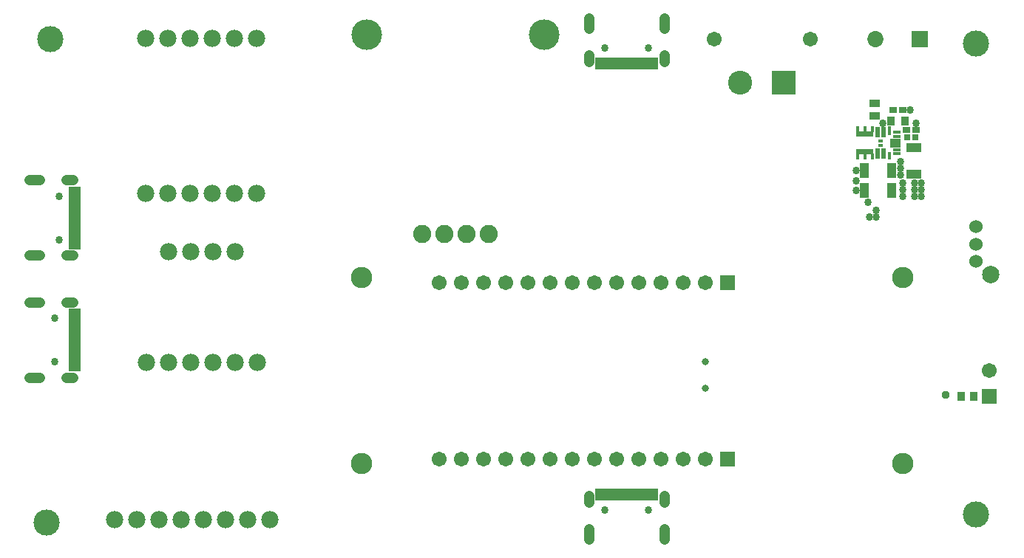
<source format=gbr>
G04 EAGLE Gerber RS-274X export*
G75*
%MOMM*%
%FSLAX34Y34*%
%LPD*%
%INSoldermask Top*%
%IPPOS*%
%AMOC8*
5,1,8,0,0,1.08239X$1,22.5*%
G01*
%ADD10C,2.082800*%
%ADD11C,1.981200*%
%ADD12C,2.453200*%
%ADD13R,1.703200X1.703200*%
%ADD14C,1.703200*%
%ADD15C,3.003200*%
%ADD16C,3.505200*%
%ADD17C,1.524000*%
%ADD18C,1.993900*%
%ADD19R,2.753200X2.753200*%
%ADD20C,2.753200*%
%ADD21R,0.457200X1.016000*%
%ADD22R,0.508000X1.295400*%
%ADD23R,0.457200X0.711200*%
%ADD24R,0.457200X0.914400*%
%ADD25R,0.914400X0.457200*%
%ADD26R,1.295400X0.508000*%
%ADD27R,0.609600X0.457200*%
%ADD28R,1.058800X1.803200*%
%ADD29R,1.803200X1.058800*%
%ADD30R,0.863600X0.762000*%
%ADD31R,0.808800X0.703200*%
%ADD32R,0.711200X0.762000*%
%ADD33R,1.193800X0.914400*%
%ADD34R,0.958800X1.003197*%
%ADD35R,1.853200X1.853200*%
%ADD36C,1.853200*%
%ADD37R,0.853200X1.103200*%
%ADD38R,0.812800X1.346200*%
%ADD39R,0.508000X1.346200*%
%ADD40C,1.193800*%
%ADD41C,1.117600*%
%ADD42R,1.346200X0.812800*%
%ADD43R,1.346200X0.508000*%
%ADD44C,0.858800*%
%ADD45C,0.808800*%
%ADD46C,0.958800*%

G36*
X1062472Y523055D02*
X1062472Y523055D01*
X1062474Y523054D01*
X1062517Y523074D01*
X1062561Y523092D01*
X1062561Y523094D01*
X1062563Y523095D01*
X1062596Y523180D01*
X1062596Y529020D01*
X1062595Y529022D01*
X1062596Y529024D01*
X1062576Y529067D01*
X1062558Y529111D01*
X1062556Y529111D01*
X1062555Y529113D01*
X1062470Y529146D01*
X1042930Y529146D01*
X1042928Y529145D01*
X1042926Y529146D01*
X1042883Y529126D01*
X1042839Y529108D01*
X1042839Y529106D01*
X1042837Y529105D01*
X1042804Y529020D01*
X1042804Y523180D01*
X1042805Y523178D01*
X1042804Y523176D01*
X1042824Y523133D01*
X1042842Y523089D01*
X1042844Y523089D01*
X1042845Y523087D01*
X1042930Y523054D01*
X1062470Y523054D01*
X1062472Y523055D01*
G37*
G36*
X1062472Y503055D02*
X1062472Y503055D01*
X1062474Y503054D01*
X1062517Y503074D01*
X1062561Y503092D01*
X1062561Y503094D01*
X1062563Y503095D01*
X1062596Y503180D01*
X1062596Y509020D01*
X1062595Y509022D01*
X1062596Y509024D01*
X1062576Y509067D01*
X1062558Y509111D01*
X1062556Y509111D01*
X1062555Y509113D01*
X1062470Y509146D01*
X1042930Y509146D01*
X1042928Y509145D01*
X1042926Y509146D01*
X1042883Y509126D01*
X1042839Y509108D01*
X1042839Y509106D01*
X1042837Y509105D01*
X1042804Y509020D01*
X1042804Y503180D01*
X1042805Y503178D01*
X1042804Y503176D01*
X1042824Y503133D01*
X1042842Y503089D01*
X1042844Y503089D01*
X1042845Y503087D01*
X1042930Y503054D01*
X1062470Y503054D01*
X1062472Y503055D01*
G37*
D10*
X545920Y411450D03*
X571320Y411450D03*
X596720Y411450D03*
X622120Y411450D03*
D11*
X229300Y636240D03*
X254700Y636240D03*
X280100Y636240D03*
X305500Y636240D03*
X330900Y636240D03*
X356300Y636240D03*
X229300Y458440D03*
X254700Y458440D03*
X280100Y458440D03*
X305500Y458440D03*
X330900Y458440D03*
X356300Y458440D03*
D12*
X1095930Y361540D03*
X1095930Y148140D03*
X476130Y148140D03*
X476130Y361540D03*
D13*
X895504Y356186D03*
D14*
X870104Y356186D03*
X844704Y356186D03*
X819304Y356186D03*
X793904Y356186D03*
X768504Y356186D03*
X743104Y356186D03*
X717704Y356186D03*
X692304Y356186D03*
X666904Y356186D03*
X641504Y356186D03*
X616104Y356186D03*
X590704Y356186D03*
X565304Y356186D03*
D13*
X895504Y153494D03*
D14*
X870104Y153494D03*
X844704Y153494D03*
X819304Y153494D03*
X793904Y153494D03*
X768504Y153494D03*
X743104Y153494D03*
X717704Y153494D03*
X692304Y153494D03*
X666904Y153494D03*
X641504Y153494D03*
X616104Y153494D03*
X590704Y153494D03*
X565304Y153494D03*
D15*
X119960Y634760D03*
X1180000Y630000D03*
X115860Y80260D03*
D11*
X193680Y83700D03*
X219080Y83700D03*
X244480Y83700D03*
X269880Y83700D03*
X295280Y83700D03*
X320680Y83700D03*
X346080Y83700D03*
X371480Y83700D03*
X229960Y264310D03*
X255360Y264310D03*
X280760Y264310D03*
X306160Y264310D03*
X331560Y264310D03*
X356960Y264310D03*
X255360Y391310D03*
X280760Y391310D03*
X306160Y391310D03*
X331560Y391310D03*
D16*
X481900Y639920D03*
X685100Y639920D03*
D17*
X1180000Y420000D03*
X1180000Y399934D03*
X1180000Y380122D03*
D18*
X1197018Y364882D03*
D19*
X960000Y585000D03*
D20*
X910000Y585000D03*
D14*
X990000Y635000D03*
X880000Y635000D03*
D21*
X1080700Y530040D03*
D22*
X1074200Y528640D03*
X1067700Y528640D03*
D23*
X1061200Y531560D03*
X1052700Y531560D03*
X1044200Y531560D03*
X1044200Y500640D03*
X1052700Y500640D03*
X1061200Y500640D03*
D22*
X1067700Y503560D03*
X1074200Y503560D03*
D24*
X1080700Y501660D03*
D25*
X1089640Y503600D03*
X1089640Y508600D03*
D26*
X1087740Y513600D03*
X1087740Y518600D03*
D25*
X1089640Y523600D03*
X1089640Y528600D03*
D27*
X1070950Y518600D03*
X1070950Y513600D03*
D28*
X1083018Y461490D03*
X1052462Y461490D03*
X1083018Y484350D03*
X1052462Y484350D03*
D29*
X1108380Y511058D03*
X1108380Y480502D03*
D30*
X1085139Y554200D03*
X1096061Y554200D03*
D31*
X1100312Y531340D03*
X1111368Y531340D03*
D32*
X1101141Y522450D03*
X1110539Y522450D03*
D33*
X1063930Y546707D03*
X1063930Y561693D03*
D34*
X1082822Y541500D03*
X1098378Y541500D03*
D35*
X1115400Y635000D03*
D36*
X1064600Y635000D03*
D37*
X1177250Y225000D03*
X1162750Y225000D03*
D15*
X1180000Y90000D03*
D38*
X748000Y113032D03*
X756000Y113032D03*
D39*
X767500Y113032D03*
X777500Y113032D03*
X782500Y113032D03*
X792500Y113032D03*
D38*
X804000Y113032D03*
X812000Y113032D03*
D39*
X797501Y113032D03*
X787501Y113032D03*
D40*
X736800Y73378D02*
X736800Y61186D01*
X823200Y61186D02*
X823200Y73378D01*
X736800Y103218D02*
X736800Y111346D01*
X823200Y111346D02*
X823200Y103218D01*
D41*
X736820Y103368D03*
X823180Y111242D03*
X823180Y103368D03*
D39*
X772501Y113032D03*
X762501Y113032D03*
D41*
X736820Y73142D03*
X736820Y61204D03*
X823180Y73142D03*
X823180Y61204D03*
X736820Y111242D03*
D38*
X812000Y606968D03*
X804000Y606968D03*
D39*
X792500Y606968D03*
X782500Y606968D03*
X777500Y606968D03*
X767500Y606968D03*
D38*
X756000Y606968D03*
X748000Y606968D03*
D39*
X762499Y606968D03*
X772499Y606968D03*
D40*
X823200Y646622D02*
X823200Y658814D01*
X736800Y658814D02*
X736800Y646622D01*
X823200Y616782D02*
X823200Y608654D01*
X736800Y608654D02*
X736800Y616782D01*
D41*
X823180Y616632D03*
X736820Y608758D03*
X736820Y616632D03*
D39*
X787499Y606968D03*
X797499Y606968D03*
D41*
X823180Y646858D03*
X823180Y658796D03*
X736820Y646858D03*
X736820Y658796D03*
X823180Y608758D03*
D42*
X148032Y462000D03*
X148032Y454000D03*
D43*
X148032Y442500D03*
X148032Y432500D03*
X148032Y427500D03*
X148032Y417500D03*
D42*
X148032Y406000D03*
X148032Y398000D03*
D43*
X148032Y412499D03*
X148032Y422499D03*
D40*
X108378Y473200D02*
X96186Y473200D01*
X96186Y386800D02*
X108378Y386800D01*
X138218Y473200D02*
X146346Y473200D01*
X146346Y386800D02*
X138218Y386800D01*
D41*
X138368Y473180D03*
X146242Y386820D03*
X138368Y386820D03*
D43*
X148032Y437499D03*
X148032Y447499D03*
D41*
X108142Y473180D03*
X96204Y473180D03*
X108142Y386820D03*
X96204Y386820D03*
X146242Y473180D03*
D42*
X148032Y322000D03*
X148032Y314000D03*
D43*
X148032Y302500D03*
X148032Y292500D03*
X148032Y287500D03*
X148032Y277500D03*
D42*
X148032Y266000D03*
X148032Y258000D03*
D43*
X148032Y272499D03*
X148032Y282499D03*
D40*
X108378Y333200D02*
X96186Y333200D01*
X96186Y246800D02*
X108378Y246800D01*
X138218Y333200D02*
X146346Y333200D01*
X146346Y246800D02*
X138218Y246800D01*
D41*
X138368Y333180D03*
X146242Y246820D03*
X138368Y246820D03*
D43*
X148032Y297499D03*
X148032Y307499D03*
D41*
X108142Y333180D03*
X96204Y333180D03*
X108142Y246820D03*
X96204Y246820D03*
X146242Y333180D03*
D44*
X1117270Y470380D03*
X1117270Y462760D03*
X1117270Y455140D03*
X1109650Y455140D03*
X1109650Y462760D03*
X1109650Y470380D03*
X1095680Y470380D03*
X1095680Y462760D03*
X1095680Y455140D03*
X1093140Y479270D03*
X1093140Y486890D03*
X1093140Y494510D03*
D14*
X1195000Y255000D03*
D44*
X130000Y455000D03*
X130000Y405000D03*
X125000Y315000D03*
X125000Y265000D03*
X755000Y95000D03*
X805000Y95000D03*
X805000Y625000D03*
X755000Y625000D03*
X1104570Y554200D03*
X1042610Y461490D03*
X1065200Y438630D03*
X1065200Y431010D03*
X1057580Y431010D03*
X1056580Y447790D03*
X1042610Y472920D03*
X1042610Y484350D03*
D45*
X870000Y235000D03*
X870000Y265000D03*
D44*
X1072820Y538960D03*
X1110920Y538960D03*
D46*
X1145000Y227000D03*
D13*
X1195000Y225000D03*
M02*

</source>
